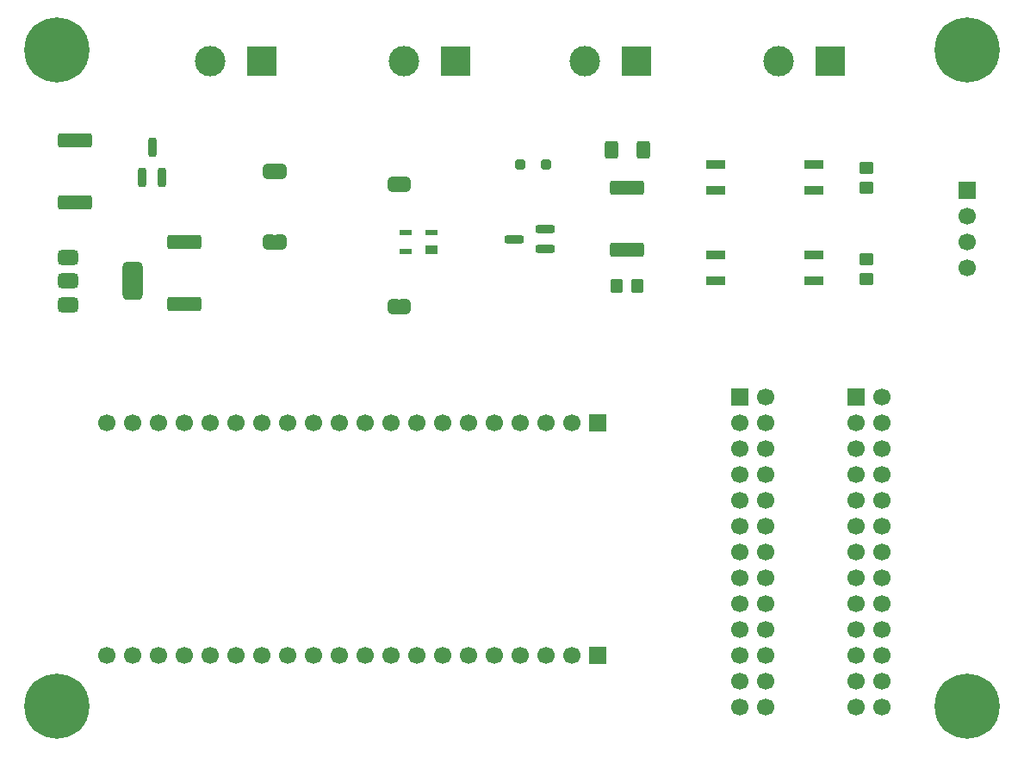
<source format=gts>
G04 #@! TF.GenerationSoftware,KiCad,Pcbnew,9.0.3-9.0.3-0~ubuntu22.04.1*
G04 #@! TF.CreationDate,2025-07-12T08:51:18+01:00*
G04 #@! TF.ProjectId,dali-pcb,64616c69-2d70-4636-922e-6b696361645f,rev?*
G04 #@! TF.SameCoordinates,Original*
G04 #@! TF.FileFunction,Soldermask,Top*
G04 #@! TF.FilePolarity,Negative*
%FSLAX46Y46*%
G04 Gerber Fmt 4.6, Leading zero omitted, Abs format (unit mm)*
G04 Created by KiCad (PCBNEW 9.0.3-9.0.3-0~ubuntu22.04.1) date 2025-07-12 08:51:18*
%MOMM*%
%LPD*%
G01*
G04 APERTURE LIST*
G04 Aperture macros list*
%AMRoundRect*
0 Rectangle with rounded corners*
0 $1 Rounding radius*
0 $2 $3 $4 $5 $6 $7 $8 $9 X,Y pos of 4 corners*
0 Add a 4 corners polygon primitive as box body*
4,1,4,$2,$3,$4,$5,$6,$7,$8,$9,$2,$3,0*
0 Add four circle primitives for the rounded corners*
1,1,$1+$1,$2,$3*
1,1,$1+$1,$4,$5*
1,1,$1+$1,$6,$7*
1,1,$1+$1,$8,$9*
0 Add four rect primitives between the rounded corners*
20,1,$1+$1,$2,$3,$4,$5,0*
20,1,$1+$1,$4,$5,$6,$7,0*
20,1,$1+$1,$6,$7,$8,$9,0*
20,1,$1+$1,$8,$9,$2,$3,0*%
%AMFreePoly0*
4,1,23,0.500000,-0.750000,0.000000,-0.750000,0.000000,-0.745722,-0.065263,-0.745722,-0.191342,-0.711940,-0.304381,-0.646677,-0.396677,-0.554381,-0.461940,-0.441342,-0.495722,-0.315263,-0.495722,-0.250000,-0.500000,-0.250000,-0.500000,0.250000,-0.495722,0.250000,-0.495722,0.315263,-0.461940,0.441342,-0.396677,0.554381,-0.304381,0.646677,-0.191342,0.711940,-0.065263,0.745722,0.000000,0.745722,
0.000000,0.750000,0.500000,0.750000,0.500000,-0.750000,0.500000,-0.750000,$1*%
%AMFreePoly1*
4,1,23,0.000000,0.745722,0.065263,0.745722,0.191342,0.711940,0.304381,0.646677,0.396677,0.554381,0.461940,0.441342,0.495722,0.315263,0.495722,0.250000,0.500000,0.250000,0.500000,-0.250000,0.495722,-0.250000,0.495722,-0.315263,0.461940,-0.441342,0.396677,-0.554381,0.304381,-0.646677,0.191342,-0.711940,0.065263,-0.745722,0.000000,-0.745722,0.000000,-0.750000,-0.500000,-0.750000,
-0.500000,0.750000,0.000000,0.750000,0.000000,0.745722,0.000000,0.745722,$1*%
G04 Aperture macros list end*
%ADD10RoundRect,0.200000X0.200000X-0.750000X0.200000X0.750000X-0.200000X0.750000X-0.200000X-0.750000X0*%
%ADD11R,1.700000X1.700000*%
%ADD12C,1.700000*%
%ADD13RoundRect,0.249999X1.425001X-0.450001X1.425001X0.450001X-1.425001X0.450001X-1.425001X-0.450001X0*%
%ADD14RoundRect,0.200000X0.750000X0.200000X-0.750000X0.200000X-0.750000X-0.200000X0.750000X-0.200000X0*%
%ADD15FreePoly0,180.000000*%
%ADD16FreePoly1,180.000000*%
%ADD17RoundRect,0.250000X-0.250000X-0.250000X0.250000X-0.250000X0.250000X0.250000X-0.250000X0.250000X0*%
%ADD18R,3.000000X3.000000*%
%ADD19C,3.000000*%
%ADD20RoundRect,0.250000X-0.400000X-0.625000X0.400000X-0.625000X0.400000X0.625000X-0.400000X0.625000X0*%
%ADD21R,1.955800X0.939800*%
%ADD22RoundRect,0.250000X-0.450000X0.350000X-0.450000X-0.350000X0.450000X-0.350000X0.450000X0.350000X0*%
%ADD23C,6.400000*%
%ADD24R,1.168400X0.889000*%
%ADD25R,1.168400X0.508000*%
%ADD26FreePoly0,0.000000*%
%ADD27FreePoly1,0.000000*%
%ADD28RoundRect,0.250000X-0.350000X-0.450000X0.350000X-0.450000X0.350000X0.450000X-0.350000X0.450000X0*%
%ADD29RoundRect,0.375000X-0.625000X-0.375000X0.625000X-0.375000X0.625000X0.375000X-0.625000X0.375000X0*%
%ADD30RoundRect,0.500000X-0.500000X-1.400000X0.500000X-1.400000X0.500000X1.400000X-0.500000X1.400000X0*%
G04 APERTURE END LIST*
G36*
X42060000Y-40120000D02*
G01*
X41760000Y-40120000D01*
X41760000Y-38620000D01*
X42060000Y-38620000D01*
X42060000Y-40120000D01*
G37*
G36*
X41760000Y-31635000D02*
G01*
X42060000Y-31635000D01*
X42060000Y-33135000D01*
X41760000Y-33135000D01*
X41760000Y-31635000D01*
G37*
G36*
X54305000Y-34405000D02*
G01*
X54005000Y-34405000D01*
X54005000Y-32905000D01*
X54305000Y-32905000D01*
X54305000Y-34405000D01*
G37*
G36*
X54305000Y-46470000D02*
G01*
X54005000Y-46470000D01*
X54005000Y-44970000D01*
X54305000Y-44970000D01*
X54305000Y-46470000D01*
G37*
D10*
X28895000Y-32990000D03*
X30795000Y-32990000D03*
X29845000Y-29990000D03*
D11*
X87630000Y-54610000D03*
D12*
X90170000Y-54610000D03*
X87630000Y-57150000D03*
X90170000Y-57150000D03*
X87630000Y-59690000D03*
X90170000Y-59690000D03*
X87630000Y-62230000D03*
X90170000Y-62230000D03*
X87630000Y-64770000D03*
X90170000Y-64770000D03*
X87630000Y-67310000D03*
X90170000Y-67310000D03*
X87630000Y-69850000D03*
X90170000Y-69850000D03*
X87630000Y-72390000D03*
X90170000Y-72390000D03*
X87630000Y-74930000D03*
X90170000Y-74930000D03*
X87630000Y-77470000D03*
X90170000Y-77470000D03*
X87630000Y-80010000D03*
X90170000Y-80010000D03*
X87630000Y-82550000D03*
X90170000Y-82550000D03*
X87630000Y-85090000D03*
X90170000Y-85090000D03*
D13*
X22225000Y-35435000D03*
X22225000Y-29335000D03*
D14*
X68477500Y-40000000D03*
X68477500Y-38100000D03*
X65477500Y-39050000D03*
D15*
X42560000Y-39370000D03*
D16*
X41260000Y-39370000D03*
D17*
X66060000Y-31750000D03*
X68560000Y-31750000D03*
D18*
X40640000Y-21590000D03*
D19*
X35560000Y-21590000D03*
D20*
X75000881Y-30313437D03*
X78100881Y-30313437D03*
D11*
X73660000Y-57150000D03*
D12*
X71120000Y-57150000D03*
X68580000Y-57150000D03*
X66040000Y-57150000D03*
X63500000Y-57150000D03*
X60960000Y-57150000D03*
X58420000Y-57150000D03*
X55880000Y-57150000D03*
X53340000Y-57150000D03*
X50800000Y-57150000D03*
X48260000Y-57150000D03*
X45720000Y-57150000D03*
X43180000Y-57150000D03*
X40640000Y-57150000D03*
X38100000Y-57150000D03*
X35560000Y-57150000D03*
X33020000Y-57150000D03*
X30480000Y-57150000D03*
X27940000Y-57150000D03*
X25400000Y-57150000D03*
D21*
X85287414Y-31750000D03*
X85287414Y-34290000D03*
X94939414Y-34290000D03*
X94939414Y-31750000D03*
D22*
X100076000Y-40999107D03*
X100076000Y-42999107D03*
D13*
X76550881Y-40094437D03*
X76550881Y-33994437D03*
D23*
X109990000Y-20490000D03*
D24*
X57305906Y-40109099D03*
D25*
X57305906Y-38399599D03*
X54806707Y-38399598D03*
X54806707Y-40299600D03*
D26*
X41260000Y-32385000D03*
D27*
X42560000Y-32385000D03*
D28*
X75550881Y-43648437D03*
X77550881Y-43648437D03*
D22*
X100076000Y-32020000D03*
X100076000Y-34020000D03*
D18*
X96520000Y-21590000D03*
D19*
X91440000Y-21590000D03*
D15*
X54805000Y-33655000D03*
D16*
X53505000Y-33655000D03*
D15*
X54805000Y-45720000D03*
D16*
X53505000Y-45720000D03*
D11*
X109982000Y-34290000D03*
D12*
X109982000Y-36830000D03*
X109982000Y-39370000D03*
X109982000Y-41910000D03*
D21*
X85287414Y-40640000D03*
X85287414Y-43180000D03*
X94939414Y-43180000D03*
X94939414Y-40640000D03*
D23*
X20490000Y-20490000D03*
X109990000Y-84990000D03*
D29*
X21615000Y-40880000D03*
X21615000Y-43180000D03*
D30*
X27915000Y-43180000D03*
D29*
X21615000Y-45480000D03*
D11*
X73660000Y-80010000D03*
D12*
X71120000Y-80010000D03*
X68580000Y-80010000D03*
X66040000Y-80010000D03*
X63500000Y-80010000D03*
X60960000Y-80010000D03*
X58420000Y-80010000D03*
X55880000Y-80010000D03*
X53340000Y-80010000D03*
X50800000Y-80010000D03*
X48260000Y-80010000D03*
X45720000Y-80010000D03*
X43180000Y-80010000D03*
X40640000Y-80010000D03*
X38100000Y-80010000D03*
X35560000Y-80010000D03*
X33020000Y-80010000D03*
X30480000Y-80010000D03*
X27940000Y-80010000D03*
X25400000Y-80010000D03*
D18*
X77462789Y-21590000D03*
D19*
X72382789Y-21590000D03*
D23*
X20490000Y-84990000D03*
D11*
X99060000Y-54610000D03*
D12*
X101600000Y-54610000D03*
X99060000Y-57150000D03*
X101600000Y-57150000D03*
X99060000Y-59690000D03*
X101600000Y-59690000D03*
X99060000Y-62230000D03*
X101600000Y-62230000D03*
X99060000Y-64770000D03*
X101600000Y-64770000D03*
X99060000Y-67310000D03*
X101600000Y-67310000D03*
X99060000Y-69850000D03*
X101600000Y-69850000D03*
X99060000Y-72390000D03*
X101600000Y-72390000D03*
X99060000Y-74930000D03*
X101600000Y-74930000D03*
X99060000Y-77470000D03*
X101600000Y-77470000D03*
X99060000Y-80010000D03*
X101600000Y-80010000D03*
X99060000Y-82550000D03*
X101600000Y-82550000D03*
X99060000Y-85090000D03*
X101600000Y-85090000D03*
D18*
X59682789Y-21590000D03*
D19*
X54602789Y-21590000D03*
D13*
X33020000Y-45470000D03*
X33020000Y-39370000D03*
M02*

</source>
